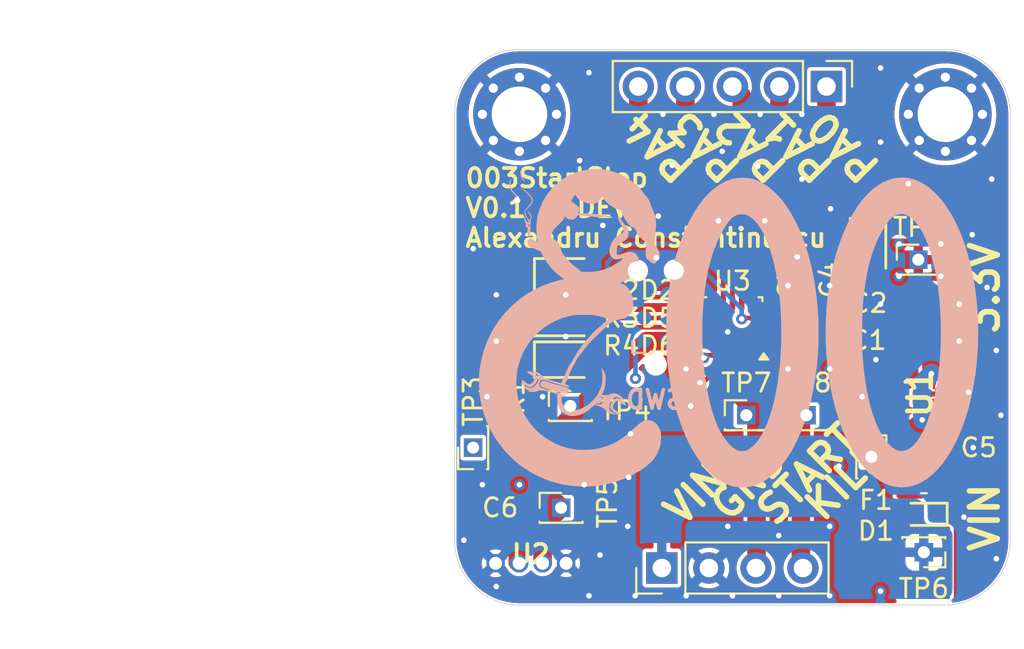
<source format=kicad_pcb>
(kicad_pcb (version 20241229) (generator "pcbnew") (generator_version "9.0")
  (layers (0 "F.Cu" signal) (4 "In1.Cu" signal) (6 "In2.Cu" signal) (2 "B.Cu" signal) (13 "F.Paste" user) (15 "B.Paste" user) (5 "F.SilkS" user "F.Silkscreen") (7 "B.SilkS" user "B.Silkscreen") (1 "F.Mask" user) (3 "B.Mask" user) (25 "Edge.Cuts" user))
  (net 0 "")
  (net 1 "GND")
  (net 2 "Net-(U1-EN)")
  (net 3 "+3.3V")
  (net 4 "Net-(J1-Pin_1)")
  (net 5 "Net-(D1-Pad1)")
  (net 6 "Net-(U3-PA5)")
  (net 7 "/Kill")
  (net 8 "/Start")
  (net 9 "Net-(J2-Pin_1)")
  (net 10 "Net-(D2-Pad1)")
  (net 11 "/SWDATA")
  (net 12 "/NRST")
  (net 13 "/SWCLK")
  (net 14 "Net-(U2-OUT)")
  (net 15 "Net-(U3-PA7)")
  (net 18 "Net-(D5-Pad1)")
  (net 19 "Net-(D6-Pad1)")
  (net 21 "Net-(J2-Pin_3)")
  (net 22 "Net-(U3-PA9{slash}PA11)")
  (net 23 "Net-(J2-Pin_2)")
  (net 24 "Net-(J2-Pin_5)")
  (net 26 "Net-(J2-Pin_4)")
  (net 28 "Net-(U3-PA10{slash}PA12)")
  (net 31 "Net-(D7-Pad1)")
  (footprint "UniversalAlexLibrary:LDK220PU33R" (layer "F.Cu") (at 176.338002 81.600001 -90)
    (property "Reference" "U1" (at -0.05 0.2 270) (layer "F.SilkS") (effects (font (size 1.27 1.27) (thickness 0.254))))
    (property "Value" "LDK220PU33R" (hide yes))
    (pad "1" smd rect (at -0.4 0.338 270) (size 0.28 0.53) (layers "F.Cu" "F.Mask" "F.Paste") (net 3 "+3.3V"))
    (pad "2" smd rect (at 0 0.338 270) (size 0.28 0.53) (layers "F.Cu" "F.Mask" "F.Paste"))
    (pad "3" smd rect (at 0.4 0.338 270) (size 0.28 0.53) (layers "F.Cu" "F.Mask" "F.Paste"))
    (pad "4" smd rect (at 0.4 -0.338 270) (size 0.28 0.53) (layers "F.Cu" "F.Mask" "F.Paste") (net 2 "Net-(U1-EN)"))
    (pad "5" smd rect (at 0 -0.338 270) (size 0.28 0.53) (layers "F.Cu" "F.Mask" "F.Paste") (net 1 "GND"))
    (pad "6" smd rect (at -0.4 -0.338 270) (size 0.28 0.53) (layers "F.Cu" "F.Mask" "F.Paste") (net 2 "Net-(U1-EN)"))
  )
  (footprint "Connector_PinHeader_1.27mm:PinHeader_1x01_P1.27mm_Vertical" (layer "F.Cu") (at 166.75 82.75)
    (property "Reference" "TP7" (at 0 -1.745 0) (layer "F.SilkS"))
    (property "Value" "TestPoint")
    (pad "1" thru_hole rect (at 0 0) (size 1 1) (drill 0.65) (layers "*.Cu" "*.Mask") (net 8 "/Start"))
  )
  (footprint "PCM_JLCPCB:R_0805" (layer "F.Cu") (at 171.373166 73.810001 90)
    (property "Reference" "R5" (hide yes))
    (property "Value" "1kΩ")
    (pad "1" smd roundrect (at -0.910001 -0.000001 90) (size 1.02 1.4) (layers "F.Cu" "F.Mask" "F.Paste") (roundrect_rratio 0.243902) (net 1 "GND"))
    (pad "2" smd roundrect (at 0.910001 0.000001 90) (size 1.02 1.4) (layers "F.Cu" "F.Mask" "F.Paste") (roundrect_rratio 0.243902) (net 31 "Net-(D7-Pad1)"))
  )
  (footprint "PCM_JLCPCB:C_0805" (layer "F.Cu") (at 153.46 87.745 180)
    (property "Reference" "C6" (at 0 0 0) (layer "F.SilkS"))
    (property "Value" "100nF")
    (pad "1" smd roundrect (at -0.95 0 180) (size 1 1.45) (layers "F.Cu" "F.Mask" "F.Paste") (net 3 "+3.3V"))
    (pad "2" smd roundrect (at 0.95 0 180) (size 1 1.45) (layers "F.Cu" "F.Mask" "F.Paste") (net 1 "GND"))
  )
  (footprint "Connector_PinHeader_1.27mm:PinHeader_1x01_P1.27mm_Vertical" (layer "F.Cu") (at 156.75 87.75)
    (property "Reference" "TP5" (at 2.5 -0.25 90) (layer "F.SilkS"))
    (property "Value" "TestPoint")
    (pad "1" thru_hole rect (at 0 0) (size 1 1) (drill 0.65) (layers "*.Cu" "*.Mask") (net 14 "Net-(U2-OUT)"))
  )
  (footprint "Connector_PinHeader_1.27mm:PinHeader_1x01_P1.27mm_Vertical" (layer "F.Cu") (at 176.038001 74.35)
    (property "Reference" "TP2" (at 0 -1.745 0) (layer "F.SilkS"))
    (property "Value" "TestPoint")
    (pad "1" thru_hole rect (at 0 0) (size 1 1) (drill 0.65) (layers "*.Cu" "*.Mask") (net 3 "+3.3V"))
  )
  (footprint "PCM_JLCPCB:D_DFN1006-2L" (layer "F.Cu") (at 161.8 88.75)
    (property "Reference" "D8" (hide yes))
    (property "Value" "H3V3N10B")
    (pad "1" smd rect (at -0.4 0) (size 0.5 0.6) (layers "F.Cu" "F.Mask" "F.Paste") (net 1 "GND"))
    (pad "2" smd rect (at 0.4 0) (size 0.5 0.6) (layers "F.Cu" "F.Mask" "F.Paste") (net 4 "Net-(J1-Pin_1)"))
  )
  (footprint "PCM_JLCPCB:D_SOD-523" (layer "F.Cu") (at 176.337999 88.100001 180)
    (property "Reference" "D1" (at 2.587999 -0.899999 0) (layer "F.SilkS"))
    (property "Value" "1SS389")
    (pad "1" smd roundrect (at -0.7 0) (size 0.6 0.7) (layers "F.Cu" "F.Mask" "F.Paste") (net 5 "Net-(D1-Pad1)"))
    (pad "2" smd roundrect (at 0.7 0) (size 0.6 0.7) (layers "F.Cu" "F.Mask" "F.Paste") (net 4 "Net-(J1-Pin_1)"))
  )
  (footprint "Connector_PinHeader_1.27mm:PinHeader_1x01_P1.27mm_Vertical" (layer "F.Cu") (at 176.337999 90.150001 180)
    (property "Reference" "TP6" (at 0 -1.95 0) (layer "F.SilkS"))
    (property "Value" "TestPoint")
    (pad "1" thru_hole rect (at 0 0 180) (size 1 1) (drill 0.65) (layers "*.Cu" "*.Mask") (net 4 "Net-(J1-Pin_1)"))
  )
  (footprint "PCM_JLCPCB:C_0805" (layer "F.Cu") (at 169.000001 78.250001 90)
    (property "Reference" "C3" (at 2.75 0 90) (layer "F.SilkS"))
    (property "Value" "100nF")
    (pad "1" smd roundrect (at -0.95 0 90) (size 1 1.45) (layers "F.Cu" "F.Mask" "F.Paste") (net 3 "+3.3V"))
    (pad "2" smd roundrect (at 0.95 0 90) (size 1 1.45) (layers "F.Cu" "F.Mask" "F.Paste") (net 1 "GND"))
  )
  (footprint "PCM_JLCPCB:D_0805" (layer "F.Cu") (at 173.323166 73.810001 -90)
    (property "Reference" "D7" (hide yes))
    (property "Value" "Green")
    (pad "1" smd roundrect (at -0.939999 0 270) (size 0.97 1.4) (layers "F.Cu" "F.Mask" "F.Paste") (net 31 "Net-(D7-Pad1)"))
    (pad "2" smd roundrect (at 0.939999 0 270) (size 0.97 1.4) (layers "F.Cu" "F.Mask" "F.Paste") (net 3 "+3.3V"))
  )
  (footprint "Connector_PinHeader_1.27mm:PinHeader_1x01_P1.27mm_Vertical" (layer "F.Cu") (at 173.5 85 -90)
    (property "Reference" "TP1" (hide yes))
    (property "Value" "TestPoint")
    (pad "1" thru_hole rect (at 0 0 270) (size 1 1) (drill 0.65) (layers "*.Cu" "*.Mask") (net 2 "Net-(U1-EN)"))
  )
  (footprint "PCM_JLCPCB:R_0805" (layer "F.Cu") (at 154.249999 84.334999 -90)
    (property "Reference" "R1" (at -2.584999 -0.000001 90) (layer "F.SilkS"))
    (property "Value" "100Ω")
    (pad "1" smd roundrect (at -0.910001 0.000001 270) (size 1.02 1.4) (layers "F.Cu" "F.Mask" "F.Paste") (roundrect_rratio 0.243902) (net 28 "Net-(U3-PA10{slash}PA12)"))
    (pad "2" smd roundrect (at 0.910001 -0.000001 270) (size 1.02 1.4) (layers "F.Cu" "F.Mask" "F.Paste") (roundrect_rratio 0.243902) (net 14 "Net-(U2-OUT)"))
  )
  (footprint "PCM_JLCPCB:Hole, 3mm" (layer "F.Cu") (at 154.5 66.5)
    (property "Reference" "H1" (hide yes))
    (property "Value" "~" (hide yes))
    (pad "1" thru_hole circle (at -2 0 90) (size 0.6 0.6) (drill 0.5) (layers "*.Cu" "*.Mask") (net 1 "GND"))
    (pad "1" thru_hole circle (at -1.41 -1.41 135) (size 0.6 0.6) (drill 0.5) (layers "*.Cu" "*.Mask") (net 1 "GND"))
    (pad "1" thru_hole circle (at -1.41 1.41 225) (size 0.6 0.6) (drill 0.5) (layers "*.Cu" "*.Mask") (net 1 "GND"))
    (pad "1" thru_hole circle (at 0 -2 225) (size 0.6 0.6) (drill 0.5) (layers "*.Cu" "*.Mask") (net 1 "GND"))
    (pad "1" thru_hole circle (at 0 0 90) (size 5 5) (drill 3) (layers "*.Cu" "*.Mask") (net 1 "GND"))
    (pad "1" thru_hole circle (at 0 2 90) (size 0.6 0.6) (drill 0.5) (layers "*.Cu" "*.Mask") (net 1 "GND"))
    (pad "1" thru_hole circle (at 1.41 -1.41 180) (size 0.6 0.6) (drill 0.5) (layers "*.Cu" "*.Mask") (net 1 "GND"))
    (pad "1" thru_hole circle (at 1.41 1.41 90) (size 0.6 0.6) (drill 0.5) (layers "*.Cu" "*.Mask") (net 1 "GND"))
    (pad "1" thru_hole circle (at 2 0 90) (size 0.6 0.6) (drill 0.5) (layers "*.Cu" "*.Mask") (net 1 "GND"))
  )
  (footprint "Connector_PinHeader_1.27mm:PinHeader_1x01_P1.27mm_Vertical" (layer "F.Cu") (at 170 82.75)
    (property "Reference" "TP8" (at 0 -1.75 0) (layer "F.SilkS"))
    (property "Value" "TestPoint")
    (pad "1" thru_hole rect (at 0 0) (size 1 1) (drill 0.65) (layers "*.Cu" "*.Mask") (net 7 "/Kill"))
  )
  (footprint "Connector_PinHeader_1.27mm:PinHeader_1x01_P1.27mm_Vertical" (layer "F.Cu") (at 152 84.5 90)
    (property "Reference" "TP3" (at 2.5 0 90) (layer "F.SilkS"))
    (property "Value" "TestPoint")
    (pad "1" thru_hole rect (at 0 0 90) (size 1 1) (drill 0.65) (layers "*.Cu" "*.Mask") (net 3 "+3.3V"))
  )
  (footprint "Connector_PinHeader_2.54mm:PinHeader_1x04_P2.54mm_Vertical" (layer "F.Cu") (at 162.19 91 90)
    (property "Reference" "J1" (hide yes))
    (property "Value" "I/O Header")
    (pad "1" thru_hole rect (at 0 0 90) (size 1.7 1.7) (drill 1) (layers "*.Cu" "*.Mask") (net 4 "Net-(J1-Pin_1)"))
    (pad "2" thru_hole circle (at -0.000001 2.540001 90) (size 1.7 1.7) (drill 1) (layers "*.Cu" "*.Mask") (net 1 "GND"))
    (pad "3" thru_hole circle (at 0 5.08 90) (size 1.7 1.7) (drill 1) (layers "*.Cu" "*.Mask") (net 8 "/Start"))
    (pad "4" thru_hole circle (at 0 7.62 90) (size 1.7 1.7) (drill 1) (layers "*.Cu" "*.Mask") (net 7 "/Kill"))
  )
  (footprint "PCM_JLCPCB:D_DFN1006-2L" (layer "F.Cu") (at 170.25 88.75 180)
    (property "Reference" "D3" (hide yes))
    (property "Value" "H3V3N10B")
    (pad "1" smd rect (at -0.399999 0.000001 180) (size 0.5 0.6) (layers "F.Cu" "F.Mask" "F.Paste") (net 1 "GND"))
    (pad "2" smd rect (at 0.399999 -0.000001 180) (size 0.5 0.6) (layers "F.Cu" "F.Mask" "F.Paste") (net 7 "/Kill"))
  )
  (footprint "PCM_JLCPCB:C_0805" (layer "F.Cu") (at 171.249999 78.249998 90)
    (property "Reference" "C4" (at 2.8 0 90) (layer "F.SilkS"))
    (property "Value" "4.7uF")
    (pad "1" smd roundrect (at -0.95 0 90) (size 1 1.45) (layers "F.Cu" "F.Mask" "F.Paste") (net 3 "+3.3V"))
    (pad "2" smd roundrect (at 0.95 0 90) (size 1 1.45) (layers "F.Cu" "F.Mask" "F.Paste") (net 1 "GND"))
  )
  (footprint "PCM_JLCPCB:Hole, 3mm" (layer "F.Cu") (at 177.5 66.5)
    (property "Reference" "H2" (hide yes))
    (property "Value" "~" (hide yes))
    (pad "1" thru_hole circle (at -2 0 90) (size 0.6 0.6) (drill 0.5) (layers "*.Cu" "*.Mask") (net 1 "GND"))
    (pad "1" thru_hole circle (at -1.41 -1.41 135) (size 0.6 0.6) (drill 0.5) (layers "*.Cu" "*.Mask") (net 1 "GND"))
    (pad "1" thru_hole circle (at -1.41 1.41 225) (size 0.6 0.6) (drill 0.5) (layers "*.Cu" "*.Mask") (net 1 "GND"))
    (pad "1" thru_hole circle (at 0 -2 225) (size 0.6 0.6) (drill 0.5) (layers "*.Cu" "*.Mask") (net 1 "GND"))
    (pad "1" thru_hole circle (at 0 0 90) (size 5 5) (drill 3) (layers "*.Cu" "*.Mask") (net 1 "GND"))
    (pad "1" thru_hole circle (at 0 2 90) (size 0.6 0.6) (drill 0.5) (layers "*.Cu" "*.Mask") (net 1 "GND"))
    (pad "1" thru_hole circle (at 1.41 -1.41 180) (size 0.6 0.6) (drill 0.5) (layers "*.Cu" "*.Mask") (net 1 "GND"))
    (pad "1" thru_hole circle (at 1.41 1.41 90) (size 0.6 0.6) (drill 0.5) (layers "*.Cu" "*.Mask") (net 1 "GND"))
    (pad "1" thru_hole circle (at 2 0 90) (size 0.6 0.6) (drill 0.5) (layers "*.Cu" "*.Mask") (net 1 "GND"))
  )
  (footprint "PCM_JLCPCB:R_0805" (layer "F.Cu") (at 153.159999 79.750001 180)
    (property "Reference" "R4" (at -6.840001 0.750001 0) (layer "F.SilkS"))
    (property "Value" "1kΩ")
    (pad "1" smd roundrect (at -0.910002 0.000001 180) (size 1.02 1.4) (layers "F.Cu" "F.Mask" "F.Paste") (roundrect_rratio 0.243902) (net 19 "Net-(D6-Pad1)"))
    (pad "2" smd roundrect (at 0.910002 -0.000001 180) (size 1.02 1.4) (layers "F.Cu" "F.Mask" "F.Paste") (roundrect_rratio 0.243902) (net 1 "GND"))
  )
  (footprint "PCM_JLCPCB:D_0805" (layer "F.Cu") (at 157 75.25)
    (property "Reference" "D2" (at 5 0.749994 0) (layer "F.SilkS"))
    (property "Value" "Yellow")
    (pad "1" smd roundrect (at -0.939999 0) (size 0.97 1.4) (layers "F.Cu" "F.Mask" "F.Paste") (net 10 "Net-(D2-Pad1)"))
    (pad "2" smd roundrect (at 0.939999 0) (size 0.97 1.4) (layers "F.Cu" "F.Mask" "F.Paste") (net 6 "Net-(U3-PA5)"))
  )
  (footprint "PCM_JLCPCB:C_0805" (layer "F.Cu") (at 176.087999 76.700001)
    (property "Reference" "C2" (at -2.699999 0.000001 0) (layer "F.SilkS"))
    (property "Value" "10uF")
    (pad "1" smd roundrect (at -0.95 0) (size 1 1.45) (layers "F.Cu" "F.Mask" "F.Paste") (net 3 "+3.3V"))
    (pad "2" smd roundrect (at 0.95 0) (size 1 1.45) (layers "F.Cu" "F.Mask" "F.Paste") (net 1 "GND"))
  )
  (footprint "PCM_JLCPCB:C_0805" (layer "F.Cu") (at 157.21 85.245)
    (property "Reference" "C7" (at 2.79 0.005 0) (layer "F.SilkS"))
    (property "Value" "100nF")
    (pad "1" smd roundrect (at -0.95 0) (size 1 1.45) (layers "F.Cu" "F.Mask" "F.Paste") (net 14 "Net-(U2-OUT)"))
    (pad "2" smd roundrect (at 0.95 0) (size 1 1.45) (layers "F.Cu" "F.Mask" "F.Paste") (net 1 "GND"))
  )
  (footprint "Connector_PinHeader_2.54mm:PinHeader_1x05_P2.54mm_Vertical" (layer "F.Cu") (at 171.08 65 -90)
    (property "Reference" "J2" (hide yes))
    (property "Value" "Conn_01x05")
    (pad "1" thru_hole rect (at 0 0 270) (size 1.7 1.7) (drill 1) (layers "*.Cu" "*.Mask") (net 9 "Net-(J2-Pin_1)"))
    (pad "2" thru_hole circle (at 0.000001 2.540001 270) (size 1.7 1.7) (drill 1) (layers "*.Cu" "*.Mask") (net 23 "Net-(J2-Pin_2)"))
    (pad "3" thru_hole circle (at 0 5.08 270) (size 1.7 1.7) (drill 1) (layers "*.Cu" "*.Mask") (net 21 "Net-(J2-Pin_3)"))
    (pad "4" thru_hole circle (at 0 7.62 270) (size 1.7 1.7) (drill 1) (layers "*.Cu" "*.Mask") (net 26 "Net-(J2-Pin_4)"))
    (pad "5" thru_hole circle (at 0 10.159999 270) (size 1.7 1.7) (drill 1) (layers "*.Cu" "*.Mask") (net 24 "Net-(J2-Pin_5)"))
  )
  (footprint "PCM_JLCPCB:R_0805" (layer "F.Cu") (at 153.16 77.500002 180)
    (property "Reference" "R3" (at -6.84 0.000002 0) (layer "F.SilkS"))
    (property "Value" "1kΩ")
    (pad "1" smd roundrect (at -0.910002 0.000001 180) (size 1.02 1.4) (layers "F.Cu" "F.Mask" "F.Paste") (roundrect_rratio 0.243902) (net 18 "Net-(D5-Pad1)"))
    (pad "2" smd roundrect (at 0.910002 -0.000001 180) (size 1.02 1.4) (layers "F.Cu" "F.Mask" "F.Paste") (roundrect_rratio 0.243902) (net 1 "GND"))
  )
  (footprint "PCM_JLCPCB:C_0805" (layer "F.Cu") (at 176.088 78.700002)
    (property "Reference" "C1" (at -2.75 0 0) (layer "F.SilkS"))
    (property "Value" "1uF")
    (pad "1" smd roundrect (at -0.95 0) (size 1 1.45) (layers "F.Cu" "F.Mask" "F.Paste") (net 3 "+3.3V"))
    (pad "2" smd roundrect (at 0.95 0) (size 1 1.45) (layers "F.Cu" "F.Mask" "F.Paste") (net 1 "GND"))
  )
  (footprint "PCM_JLCPCB:R_0805" (layer "F.Cu") (at 153.159999 75.25 180)
    (property "Reference" "R2" (at -6.84 -0.749998 0) (layer "F.SilkS"))
    (property "Value" "1kΩ")
    (pad "1" smd roundrect (at -0.910002 0.000001 180) (size 1.02 1.4) (layers "F.Cu" "F.Mask" "F.Paste") (roundrect_rratio 0.243902) (net 10 "Net-(D2-Pad1)"))
    (pad "2" smd roundrect (at 0.910002 -0.000001 180) (size 1.02 1.4) (layers "F.Cu" "F.Mask" "F.Paste") (roundrect_rratio 0.243902) (net 1 "GND"))
  )
  (footprint "PCM_JLCPCB:D_0805" (layer "F.Cu") (at 157 77.5)
    (property "Reference" "D5" (at 5 -0.000006 0) (layer "F.SilkS"))
    (property "Value" "Red")
    (pad "1" smd roundrect (at -0.939999 0) (size 0.97 1.4) (layers "F.Cu" "F.Mask" "F.Paste") (net 18 "Net-(D5-Pad1)"))
    (pad "2" smd roundrect (at 0.939999 0) (size 0.97 1.4) (layers "F.Cu" "F.Mask" "F.Paste") (net 15 "Net-(U3-PA7)"))
  )
  (footprint "PCM_JLCPCB:C_0805" (layer "F.Cu") (at 176.5 84.5)
    (property "Reference" "C5" (at 2.8 0 0) (layer "F.SilkS"))
    (property "Value" "1uF")
    (pad "1" smd roundrect (at -0.95 0) (size 1 1.45) (layers "F.Cu" "F.Mask" "F.Paste") (net 2 "Net-(U1-EN)"))
    (pad "2" smd roundrect (at 0.95 0) (size 1 1.45) (layers "F.Cu" "F.Mask" "F.Paste") (net 1 "GND"))
  )
  (footprint "Connector_PinHeader_1.27mm:PinHeader_1x01_P1.27mm_Vertical" (layer "F.Cu") (at 157.25 82.25)
    (property "Reference" "TP4" (at 3 0.25 0) (layer "F.SilkS"))
    (property "Value" "TestPoint")
    (pad "1" thru_hole rect (at 0 0) (size 1 1) (drill 0.65) (layers "*.Cu" "*.Mask") (net 28 "Net-(U3-PA10{slash}PA12)"))
  )
  (footprint "UniversalAlexLibrary:TVCastSMD4" (layer "F.Cu") (at 155.115 90.745)
    (property "Reference" "U2" (at 0 -0.5 0) (layer "F.SilkS") (effects (font (thickness 0.2) (bold yes))))
    (property "Value" "TSOP392")
    (pad "1" thru_hole circle (at -1.905 0) (size 1 1) (drill 0.7) (layers "*.Cu" "*.Mask") (net 1 "GND"))
    (pad "2" thru_hole circle (at -0.635 0) (size 1 1) (drill 0.7) (layers "*.Cu" "*.Mask") (net 3 "+3.3V"))
    (pad "3" thru_hole circle (at 0.635 0) (size 1 1) (drill 0.7) (layers "*.Cu" "*.Mask") (net 14 "Net-(U2-OUT)"))
    (pad "4" thru_hole circle (at 1.905 0) (size 1 1) (drill 0.7) (layers "*.Cu" "*.Mask") (net 1 "GND"))
  )
  (footprint "PCM_JLCPCB:D_DFN1006-2L" (layer "F.Cu") (at 166.75 88.75)
    (property "Reference" "D4" (hide yes))
    (property "Value" "H3V3N10B")
    (pad "1" smd rect (at -0.4 0) (size 0.5 0.6) (layers "F.Cu" "F.Mask" "F.Paste") (net 1 "GND"))
    (pad "2" smd rect (at 0.4 0) (size 0.5 0.6) (layers "F.Cu" "F.Mask" "F.Paste") (net 8 "/Start"))
  )
  (footprint "Package_DFN_QFN:ST_UFQFPN-20_3x3mm_P0.5mm" (layer "F.Cu") (at 166 78 180)
    (property "Reference" "U3" (at 0 2.5 0) (layer "F.SilkS"))
    (property "Value" "STM32C011F4")
    (pad "1" smd custom (at -1.475001 -1 180) (size 0.35 0.3) (layers "F.Cu" "F.Mask" "F.Paste") (options (clearance outline) (anchor rect)) (primitives (gr_poly (pts (xy 0.325 0) (xy 0.325 0.15) (xy 0.175 0.15) (xy 0.175 -0.15)) (width 0) (fill yes))))
    (pad "2" smd rect (at -1.3 -0.5 180) (size 0.7 0.3) (layers "F.Cu" "F.Mask" "F.Paste") (net 3 "+3.3V"))
    (pad "3" smd rect (at -1.3 0 180) (size 0.7 0.3) (layers "F.Cu" "F.Mask" "F.Paste") (net 1 "GND"))
    (pad "4" smd rect (at -1.3 0.5 180) (size 0.7 0.3) (layers "F.Cu" "F.Mask" "F.Paste") (net 12 "/NRST"))
    (pad "5" smd custom (at -1.475 1.000002 180) (size 0.35 0.3) (layers "F.Cu" "F.Mask" "F.Paste") (net 9 "Net-(J2-Pin_1)") (options (clearance outline) (anchor rect)) (primitives (gr_poly (pts (xy 0.325 0) (xy 0.175 0.15) (xy 0.175 -0.15) (xy 0.325 -0.15)) (width 0) (fill yes))))
    (pad "6" smd custom (at -1 1.475001 180) (size 0.3 0.35) (layers "F.Cu" "F.Mask" "F.Paste") (net 23 "Net-(J2-Pin_2)") (options (clearance outline) (anchor rect)) (primitives (gr_poly (pts (xy 0.15 -0.175) (xy -0.15 -0.175) (xy 0 -0.325) (xy 0.15 -0.325)) (width 0) (fill yes))))
    (pad "7" smd rect (at -0.5 1.3 180) (size 0.3 0.7) (layers "F.Cu" "F.Mask" "F.Paste") (net 21 "Net-(J2-Pin_3)"))
    (pad "8" smd rect (at 0 1.3 180) (size 0.3 0.7) (layers "F.Cu" "F.Mask" "F.Paste") (net 26 "Net-(J2-Pin_4)"))
    (pad "9" smd rect (at 0.5 1.3 180) (size 0.3 0.7) (layers "F.Cu" "F.Mask" "F.Paste") (net 24 "Net-(J2-Pin_5)"))
    (pad "10" smd custom (at 1.000002 1.475 180) (size 0.3 0.35) (layers "F.Cu" "F.Mask" "F.Paste") (net 6 "Net-(U3-PA5)") (options (clearance outline) (anchor rect)) (primitives (gr_poly (pts (xy 0.15 -0.175) (xy -0.15 -0.175) (xy -0.15 -0.325) (xy 0 -0.325)) (width 0) (fill yes))))
    (pad "11" smd custom (at 1.475001 1 180) (size 0.35 0.3) (layers "F.Cu" "F.Mask" "F.Paste") (options (clearance outline) (anchor rect)) (primitives (gr_poly (pts (xy -0.175 0.15) (xy -0.325 0) (xy -0.325 -0.15) (xy -0.175 -0.15)) (width 0) (fill yes))))
    (pad "12" smd rect (at 1.3 0.5 180) (size 0.7 0.3) (layers "F.Cu" "F.Mask" "F.Paste") (net 15 "Net-(U3-PA7)"))
    (pad "13" smd rect (at 1.3 0 180) (size 0.7 0.3) (layers "F.Cu" "F.Mask" "F.Paste"))
    (pad "14" smd rect (at 1.3 -0.5 180) (size 0.7 0.3) (layers "F.Cu" "F.Mask" "F.Paste") (net 22 "Net-(U3-PA9{slash}PA11)"))
    (pad "15" smd custom (at 1.475 -1.000002 180) (size 0.35 0.3) (layers "F.Cu" "F.Mask" "F.Paste") (net 28 "Net-(U3-PA10{slash}PA12)") (options (clearance outline) (anchor rect)) (primitives (gr_poly (pts (xy -0.175 0.15) (xy -0.325 0.15) (xy -0.325 0) (xy -0.175 -0.15)) (width 0) (fill yes))))
    (pad "16" smd custom (at 1 -1.475001 180) (size 0.3 0.35) (layers "F.Cu" "F.Mask" "F.Paste") (net 13 "/SWCLK") (options (clearance outline) (anchor rect)) (primitives (gr_poly (pts (xy 0 0.325) (xy -0.15 0.325) (xy -0.15 0.175) (xy 0.15 0.175)) (width 0) (fill yes))))
    (pad "17" smd rect (at 0.5 -1.3 180) (size 0.3 0.7) (layers "F.Cu" "F.Mask" "F.Paste") (net 11 "/SWDATA"))
    (pad "18" smd rect (at 0 -1.3 180) (size 0.3 0.7) (layers "F.Cu" "F.Mask" "F.Paste") (net 8 "/Start"))
    (pad "19" smd rect (at -0.5 -1.3 180) (size 0.3 0.7) (layers "F.Cu" "F.Mask" "F.Paste") (net 7 "/Kill"))
    (pad "20" smd custom (at -1.000002 -1.475 180) (size 0.3 0.35) (layers "F.Cu" "F.Mask" "F.Paste") (options (clearance outline) (anchor rect)) (primitives (gr_poly (pts (xy 0.15 0.325) (xy 0 0.325) (xy -0.15 0.175) (xy 0.15 0.175)) (width 0) (fill yes))))
  )
  (footprint "Fuse:Fuse_0603_1608Metric" (layer "F.Cu") (at 176.338 86.45)
    (property "Reference" "F1" (at -2.588 0.886644 0) (layer "F.SilkS"))
    (property "Value" "100 mA")
    (pad "1" smd roundrect (at -0.787502 -0.000001) (size 0.875 0.95) (layers "F.Cu" "F.Mask" "F.Paste") (net 2 "Net-(U1-EN)"))
    (pad "2" smd roundrect (at 0.787502 0.000001) (size 0.875 0.95) (layers "F.Cu" "F.Mask" "F.Paste") (net 5 "Net-(D1-Pad1)"))
  )
  (footprint "PCM_JLCPCB:D_0805" (layer "F.Cu") (at 157 79.75)
    (property "Reference" "D6" (at 5.000001 -0.750005 0) (layer "F.SilkS"))
    (property "Value" "Green")
    (pad "1" smd roundrect (at -0.939999 0) (size 0.97 1.4) (layers "F.Cu" "F.Mask" "F.Paste") (net 19 "Net-(D6-Pad1)"))
    (pad "2" smd roundrect (at 0.939999 0) (size 0.97 1.4) (layers "F.Cu" "F.Mask" "F.Paste") (net 22 "Net-(U3-PA9{slash}PA11)"))
  )
  (footprint "LOGO" (layer "B.Cu") (at 166 78 180)
    (property "Reference" "G***" (hide yes))
    (property "Value" "LOGO" (hide yes))
  )
  (footprint "Connector:Tag-Connect_TC2030-IDC-NL_2x03_P1.27mm_Vertical" (layer "B.Cu") (at 161.865003 77.480001 90)
    (property "Reference" "J3" (hide yes))
    (property "Value" "Conn_ARM_SWD_TagConnect_TC2030-NL")
    (pad "" np_thru_hole circle (at -2.540007 0.000004 90) (size 0.9906 0.9906) (drill 0.9906) (layers "*.Cu" "*.Mask"))
    (pad "" np_thru_hole circle (at 2.540001 -1.016002 90) (size 0.9906 0.9906) (drill 0.9906) (layers "*.Cu" "*.Mask"))
    (pad "" np_thru_hole circle (at 2.540002 1.016001 90) (size 0.9906 0.9906) (drill 0.9906) (layers "*.Cu" "*.Mask"))
    (pad "1" connect circle (at -1.27 -0.634999 90) (size 0.7874 0.7874) (layers "B.Cu" "B.Mask") (net 3 "+3.3V"))
    (pad "2" connect circle (at -1.269999 0.634997 90) (size 0.7874 0.7874) (layers "B.Cu" "B.Mask") (net 11 "/SWDATA"))
    (pad "3" connect circle (at 0 -0.635 90) (size 0.7874 0.7874) (layers "B.Cu" "B.Mask") (net 12 "/NRST"))
    (pad "4" connect circle (at 0 0.635 90) (size 0.7874 0.7874) (layers "B.Cu" "B.Mask") (net 13 "/SWCLK"))
    (pad "5" connect circle (at 1.269999 -0.634997 90) (size 0.7874 0.7874) (layers "B.Cu" "B.Mask") (net 1 "GND"))
    (pad "6" connect circle (at 1.27 0.634999 90) (size 0.7874 0.7874) (layers "B.Cu" "B.Mask"))
    (zone (net 0) (net_name "") (layer "B.Cu") (connect_pads (clearance 0)) (min_thickness 0.254)
      (keepout (tracks allowed) (vias not_allowed) (pads allowed) (copperpour not_allowed) (footprints not_allowed))
      (fill (thermal_gap 0.508) (thermal_bridge_width 0.508))
      (polygon (pts (xy 162.500002 76.210001) (xy 162.5 78.75) (xy 161.230004 78.750001) (xy 161.230006 76.210002)))
    )
  )
  (gr_line (start 154.5 63) (end 177.5 63) (stroke (width 0.05)) (layer "Edge.Cuts"))
  (gr_arc (start 177.5 63) (mid 179.974874 64.025126) (end 181 66.5) (stroke (width 0.05)) (layer "Edge.Cuts"))
  (gr_arc (start 181 89.5) (mid 179.974874 91.974874) (end 177.5 93) (stroke (width 0.05)) (layer "Edge.Cuts"))
  (gr_line (start 181 66.5) (end 181 89.5) (stroke (width 0.05)) (layer "Edge.Cuts"))
  (gr_line (start 151 89.5) (end 151 66.5) (stroke (width 0.05)) (layer "Edge.Cuts"))
  (gr_line (start 177.5 93) (end 154.5 93) (stroke (width 0.05)) (layer "Edge.Cuts"))
  (gr_arc (start 154.5 93) (mid 152.025126 91.974874) (end 151 89.5) (stroke (width 0.05)) (layer "Edge.Cuts"))
  (gr_arc (start 151 66.5) (mid 152.025126 64.025126) (end 154.5 63) (stroke (width 0.05)) (layer "Edge.Cuts"))
  (gr_text "PA3" (at 166.75 69.25 135) (layer "F.SilkS") (effects (font (size 1.5 1.5) (thickness 0.3) (bold yes)) (justify left bottom)))
  (gr_text "VIN" (at 180.5 90.25 90) (layer "F.SilkS") (effects (font (size 1.5 1.5) (thickness 0.3) (bold yes)) (justify left bottom)))
  (gr_text "KILL" (at 170.850001 88.749999 45) (layer "F.SilkS") (effects (font (size 1.5 1.5) (thickness 0.3) (bold yes)) (justify left bottom)))
  (gr_text "GND" (at 165.75 88.75 45) (layer "F.SilkS") (effects (font (size 1.5 1.5) (thickness 0.3) (bold yes)) (justify left bottom)))
  (gr_text "START" (at 168.25 89 45) (layer "F.SilkS") (effects (font (size 1.5 1.5) (thickness 0.3) (bold yes)) (justify left bottom)))
  (gr_text "PA0" (at 174.25 69.25 135) (layer "F.SilkS") (effects (font (size 1.5 1.5) (thickness 0.3) (bold yes)) (justify left bottom)))
  (gr_text "PA1" (at 171.75 69.25 135) (layer "F.SilkS") (effects (font (size 1.5 1.5) (thickness 0.3) (bold yes)) (justify left bottom)))
  (gr_text "PA2" (at 169.25 69.25 135) (layer "F.SilkS") (effects (font (size 1.5 1.5) (thickness 0.3) (bold yes)) (justify left bottom)))
  (gr_text "3.3V" (at 180.5 78.5 90) (layer "F.SilkS") (effects (font (size 1.5 1.5) (thickness 0.3) (bold yes)) (justify left bottom)))
  (gr_text "003StartStop\nV0.1 - DEV\nAlexandru Constantinescu" (at 151.479998 73.75 0) (layer "F.SilkS") (effects (font (size 1 1) (thickness 0.2) (bold yes)) (justify left bottom)))
  (gr_text "VIN" (at 163.25 89 45) (layer "F.SilkS") (effects (font (size 1.5 1.5) (thickness 0.3) (bold yes)) (justify left bottom)))
  (gr_text "PA4" (at 164.25 69.25 135) (layer "F.SilkS") (effects (font (size 1.5 1.5) (thickness 0.3) (bold yes)) (justify left bottom)))
  (gr_text "SWD" (at 163.5 82.5 0) (layer "B.SilkS") (effects (font (size 1 1) (thickness 0.2) (bold yes)) (justify left bottom mirror)))
  (segment (start 167.3 78) (end 168.300002 78) (width 0.25) (layer "F.Cu") (net 1))
  (segment (start 177.45 84.5) (end 179 84.5) (width 1) (layer "F.Cu") (net 1))
  (segment (start 158.16 85.245) (end 158.16 86.34) (width 1) (layer "F.Cu") (net 1))
  (segment (start 178.200002 78.700002) (end 178.25 78.75) (width 1) (layer "F.Cu") (net 1))
  (segment (start 152.51 87.745) (end 152.51 86.51) (width 1) (layer "F.Cu") (net 1))
  (segment (start 171.249999 77.299998) (end 171.25 75.75) (width 1) (layer "F.Cu") (net 1))
  (segment (start 158.16 86.34) (end 158 86.5) (width 1) (layer "F.Cu") (net 1))
  (segment (start 170.649999 88.749999) (end 171.25 88.75) (width 0.25) (layer "F.Cu") (net 1))
  (segment (start 152.51 86.51) (end 152.5 86.5) (width 1) (layer "F.Cu") (net 1))
  (segment (start 171.249999 77.299998) (end 169.000004 77.299998) (width 1) (layer "F.Cu") (net 1))
  (segment (start 166.35 88.75) (end 165.75 88.75) (width 0.25) (layer "F.Cu") (net 1))
  (segment (start 178.200001 76.700001) (end 178.25 76.75) (width 1) (layer "F.Cu") (net 1))
  (segment (start 177.037999 76.700001) (end 178.200001 76.700001) (width 1) (layer "F.Cu") (net 1))
  (segment (start 177.038 78.700002) (end 178.200002 78.700002) (width 1) (layer "F.Cu") (net 1))
  (segment (start 169.000004 77.299998) (end 169.000001 77.300001) (width 1) (layer "F.Cu") (net 1))
  (segment (start 168.300002 78) (end 169.000001 77.300001) (width 0.25) (layer "F.Cu") (net 1))
  (segment (start 169.000001 77.300001) (end 169 75.75) (width 1) (layer "F.Cu") (net 1))
  (segment (start 161.4 88.75) (end 160.35 88.75) (width 0.5) (layer "F.Cu") (net 1))
  (via (at 169.75 66.5) (size 0.6) (drill 0.3) (layers "F.Cu" "B.Cu") (net 1))
  (via (at 160.5 83.75) (size 0.6) (drill 0.3) (layers "F.Cu" "B.Cu") (net 1))
  (via (at 165.75 78.25) (size 0.6) (drill 0.3) (layers "F.Cu" "B.Cu") (net 1))
  (via (at 157 78.5) (size 0.6) (drill 0.3) (layers "F.Cu" "B.Cu") (net 1))
  (via (at 165.75 88.75) (size 0.6) (drill 0.3) (layers "F.Cu" "B.Cu") (net 1))
  (via (at 151.5 89.5) (size 0.6) (drill 0.3) (layers "F.Cu" "B.Cu") (net 1))
  (via (at 157.75 69) (size 0.6) (drill 0.3) (layers "F.Cu" "B.Cu") (net 1))
  (via (at 153.25 92) (size 0.6) (drill 0.3) (layers "F.Cu" "B.Cu") (net 1))
  (via (at 175.5 70.25) (size 0.6) (drill 0.3) (layers "F.Cu" "B.Cu") (net 1))
  (via (at 168.5 89.25) (size 0.6) (drill 0.3) (layers "F.Cu" "B.Cu") (net 1))
  (via (at 152 73.75) (size 0.6) (drill 0.3) (layers "F.Cu" "B.Cu") (net 1))
  (via (at 173 81.75) (size 0.6) (drill 0.3) (layers "F.Cu" "B.Cu") (net 1))
  (via (at 162 72) (size 0.6) (drill 0.3) (layers "F.Cu" "B.Cu") (net 1))
  (via (at 159 72.5) (size 0.6) (drill 0.3) (layers "F.Cu" "B.Cu") (net 1))
  (via (at 174 76.75) (size 0.6) (drill 0.3) (layers "F.Cu" "B.Cu") (net 1))
  (via (at 171.75 85.5) (size 0.6) (drill 0.3) (layers "F.Cu" "B.Cu") (net 1))
  (via (at 167.361935 69.307021) (size 0.6) (drill 0.3) (layers "F.Cu" "B.Cu") (net 1))
  (via (at 158.85 90.3) (size 0.6) (drill 0.3) (layers "F.Cu" "B.Cu") (net 1))
  (via (at 174 68) (size 0.6) (drill 0.3) (layers "F.Cu" "B.Cu") (net 1))
  (via (at 158.25 64.25) (size 0.6) (drill 0.3) (layers "F.Cu" "B.Cu") (net 1))
  (via (at 155.75 81.75) (size 0.6) (drill 0.3) (layers "F.Cu" "B.Cu") (net 1))
  (via (at 180.25 79.25) (size 0.6) (drill 0.3) (layers "F.Cu" "B.Cu") (net 1))
  (via (at 160.4 86.1) (size 0.6) (drill 0.3) (layers "F.Cu" "B.Cu") (net 1))
  (via (at 174 64) (size 0.6) (drill 0.3) (layers "F.Cu" "B.Cu") (net 1))
  (via (at 165.45 68.5) (size 0.6) (drill 0.3) (layers "F.Cu" "B.Cu") (net 1))
  (via (at 154.4 71.15) (size 0.6) (drill 0.3) (layers "F.Cu" "B.Cu") (net 1))
  (via (at 171.25 92.5) (size 0.6) (drill 0.3) (layers "F.Cu" "B.Cu") (net 1))
  (via (at 161.9 74.25) (size 0.6) (drill 0.3) (layers "F.Cu" "B.Cu") (net 1))
  (via (at 169.75 70) (size 0.6) (drill 0.3) (layers "F.Cu" "B.Cu") (net 1))
  (via (at 178.25 78.75) (size 0.6) (drill 0.3) (layers "F.Cu" "B.Cu") (net 1))
  (via (at 167.75 72.25) (size 0.6) (drill 0.3) (layers "F.Cu" "B.Cu") (net 1))
  (via (at 173.75 79.75) (size 0.6) (drill 0.3) (layers "F.Cu" "B.Cu") (net 1))
  (via (at 152.5 86.5) (size 0.6) (drill 0.3) (layers "F.Cu" "B.Cu") (net 1))
  (via (at 171.3 71.6) (size 0.6) (drill 0.3) (layers "F.Cu" "B.Cu") (net 1))
  (via (at 158 86.5) (size 0.6) (drill 0.3) (layers "F.Cu" "B.Cu") (net 1))
  (via (at 162.75 69.25) (size 0.6) (drill 0.3) (layers "F.Cu" "B.Cu") (net 1))
  (via (at 178.5 88.25) (size 0.6) (drill 0.3) (layers "F.Cu" "B.Cu") (net 1))
  (via (at 171.25 88.75) (size 0.6) (drill 0.3) (layers "F.Cu" "B.Cu") (net 1))
  (via (at 166 92.5) (size 0.6) (drill 0.3) (layers "F.Cu" "B.Cu") (net 1))
  (via (at 163.75 82.25) (size 0.6) (drill 0.3) (layers "F.Cu" "B.Cu") (net 1))
  (via (at 163.5 80.25) (size 0.6) (drill 0.3) (layers "F.Cu" "B.Cu") (net 1))
  (via (at 180 70) (size 0.6) (drill 0.3) (layers "F.Cu" "B.Cu") (net 1))
  (via (at 157 76.25) (size 0.6) (drill 0.3) (layers "F.Cu" "B.Cu") (net 1))
  (via (at 162.25 66.5) (size 0.6) (drill 0.3) (layers "F.Cu" "B.Cu") (net 1))
  (via (at 179.75 75.85) (size 0.6) (drill 0.3) (layers "F.Cu" "B.Cu") (net 1))
  (via (at 180.25 90.5) (size 0.6) (drill 0.3) (layers "F.Cu" "B.Cu") (net 1))
  (via (at 174 92.25) (size 0.6) (drill 0.3) (layers "F.Cu" "B.Cu") (net 1))
  (via (at 153.25 76.25) (size 0.6) (drill 0.3) (layers "F.Cu" "B.Cu") (net 1))
  (via (at 171.25 75.75) (size 0.6) (drill 0.3) (layers "F.Cu" "B.Cu") (net 1))
  (via (at 168.5 92.5) (size 0.6) (drill 0.3) (layers "F.Cu" "B.Cu") (net 1))
  (via (at 160.75 92.5) (size 0.6) (drill 0.3) (layers "F.Cu" "B.Cu") (net 1))
  (via (at 178.95 73) (size 0.6) (drill 0.3) (layers "F.Cu" "B.Cu") (net 1))
  (via (at 169 75.75) (size 0.6) (drill 0.3) (layers "F.Cu" "B.Cu") (net 1))
  (via (at 167.5 66.5) (size 0.6) (drill 0.3) (layers "F.Cu" "B.Cu") (net 1))
  (via (at 165.25 72.25) (size 0.6) (drill 0.3) (layers "F.Cu" "B.Cu") (net 1))
  (via (at 178.75 81.5) (size 0.6) (drill 0.3) (layers "F.Cu" "B.Cu") (net 1))
  (via (at 158.25 92.5) (size 0.6) (drill 0.3) (layers "F.Cu" "B.Cu") (net 1))
  (via (at 160.35 88.75) (size 0.6) (drill 0.3) (layers "F.Cu" "B.Cu") (net 1))
  (via (at 169.5 74.2) (size 0.6) (drill 0.3) (layers "F.Cu" "B.Cu") (net 1))
  (via (at 178.25 76.75) (size 0.6) (drill 0.3) (layers "F.Cu" "B.Cu") (net 1))
  (via (at 180.5 82.75) (size 0.6) (drill 0.3) (layers "F.Cu" "B.Cu") (net 1))
  (via (at 163.5 92.5) (size 0.6) (drill 0.3) (layers "F.Cu" "B.Cu") (net 1))
  (via (at 152.75 81.75) (size 0.6) (drill 0.3) (layers "F.Cu" "B.Cu") (net 1))
  (via (at 179 84.5) (size 0.6) (drill 0.3) (layers "F.Cu" "B.Cu") (net 1))
  (via (at 165 66.5) (size 0.6) (drill 0.3) (layers "F.Cu" "B.Cu") (net 1))
  (via (at 153.25 78.75) (size 0.6) (drill 0.3) (layers "F.Cu" "B.Cu") (net 1))
  (segment (start 176.75 80.5) (end 176.75 81) (width 0.5) (layer "F.Cu") (net 2))
  (via (at 176.25 83) (size 0.6) (drill 0.3) (layers "F.Cu" "B.Cu") (net 2))
  (via (at 176.75 80.5) (size 0.6) (drill 0.3) (layers "F.Cu" "B.Cu") (net 2))
  (segment (start 176.25 83) (end 176.25 81) (width 1) (layer "B.Cu") (net 2))
  (segment (start 176.25 81) (end 176.75 80.5) (width 1) (layer "B.Cu") (net 2))
  (segment (start 154.41 90.675) (end 154.48 90.745) (width 1) (layer "F.Cu") (net 3))
  (segment (start 167.3 78.5) (end 168.3 78.5) (width 0.25) (layer "F.Cu") (net 3))
  (segment (start 169.000001 79.200001) (end 169 80.25) (width 1) (layer "F.Cu") (net 3))
  (segment (start 154.41 87.745) (end 154.41 90.675) (width 1) (layer "F.Cu") (net 3))
  (segment (start 171.249999 79.199998) (end 171.25 80.25) (width 1) (layer "F.Cu") (net 3))
  (segment (start 168.3 78.5) (end 169.000001 79.200001) (width 0.25) (layer "F.Cu") (net 3))
  (segment (start 173 75.2) (end 173.85 74.35) (width 1) (layer "F.Cu") (net 3))
  (segment (start 173.85 74.35) (end 176.038001 74.35) (width 1) (layer "F.Cu") (net 3))
  (segment (start 172.300002 79.199998) (end 173 78.5) (width 1) (layer "F.Cu") (net 3))
  (segment (start 154.41 86.59) (end 154.5 86.5) (width 1) (layer "F.Cu") (net 3))
  (segment (start 169.000004 79.199998) (end 169.000001 79.200001) (width 1) (layer "F.Cu") (net 3))
  (segment (start 173 78.5) (end 173 75.2) (width 1) (layer "F.Cu") (net 3))
  (segment (start 154.41 87.745) (end 154.41 86.59) (width 1) (layer "F.Cu") (net 3))
  (segment (start 171.249999 79.199998) (end 169.000004 79.199998) (width 1) (layer "F.Cu") (net 3))
  (segment (start 171.249999 79.199998) (end 172.300002 79.199998) (width 1) (layer "F.Cu") (net 3))
  (via (at 154.5 86.5) (size 0.6) (drill 0.3) (layers "F.Cu" "B.Cu") (net 3))
  (via (at 169 80.25) (size 0.6) (drill 0.3) (layers "F.Cu" "B.Cu") (net 3))
  (via (at 175 75.25) (size 0.6) (drill 0.3) (layers "F.Cu" "B.Cu") (net 3))
  (via (at 177.25 73.5) (size 0.6) (drill 0.3) (layers "F.Cu" "B.Cu") (net 3))
  (via (at 160.765519 80.765519) (size 0.6) (drill 0.3) (layers "F.Cu" "B.Cu") (net 3))
  (via (at 175 73.5) (size 0.6) (drill 0.3) (layers "F.Cu" "B.Cu") (net 3))
  (via (at 171.25 80.25) (size 0.6) (drill 0.3) (layers "F.Cu" "B.Cu") (net 3))
  (via (at 177.25 75.25) (size 0.6) (drill 0.3) (layers "F.Cu" "B.Cu") (net 3))
  (segment (start 160.765519 79.214486) (end 160.765519 80.765519) (width 0.25) (layer "B.Cu") (net 3))
  (segment (start 161.230004 78.750001) (end 160.765519 79.214486) (width 0.25) (layer "B.Cu") (net 3))
  (segment (start 162.19 88.76) (end 162.2 88.75) (width 0.5) (layer "F.Cu") (net 4))
  (segment (start 162.19 91) (end 162.19 88.76) (width 0.5) (layer "F.Cu") (net 4))
  (segment (start 164.844998 76.37) (end 159.059999 76.37) (width 0.25) (layer "F.Cu") (net 6))
  (segment (start 164.999998 76.525) (end 164.844998 76.37) (width 0.25) (layer "F.Cu") (net 6))
  (segment (start 159.059999 76.37) (end 157.939999 75.25) (width 0.25) (layer "F.Cu") (net 6))
  (segment (start 166.5 79.3) (end 166.5 80) (width 0.25) (layer "F.Cu") (net 7))
  (segment (start 169.698999 90.888999) (end 169.698999 83.198999) (width 1) (layer "F.Cu") (net 7))
  (segment (start 169.81 91) (end 169.698999 90.888999) (width 1) (layer "F.Cu") (net 7))
  (segment (start 169.698999 83.198999) (end 167.5 81) (width 1) (layer "F.Cu") (net 7))
  (segment (start 166.5 80) (end 167.5 81) (width 0.25) (layer "F.Cu") (net 7))
  (segment (start 167.301 90.969) (end 167.301 82.551) (width 1) (layer "F.Cu") (net 8))
  (segment (start 167.301 82.551) (end 166 81.25) (width 1) (layer "F.Cu") (net 8))
  (segment (start 166 79.3) (end 166 81.25) (width 0.25) (layer "F.Cu") (net 8))
  (segment (start 167.27 91) (end 167.301 90.969) (width 1) (layer "F.Cu") (net 8))
  (segment (start 167.753 73.662628) (end 167.753 74.15) (width 1) (layer "F.Cu") (net 9))
  (segment (start 167.475 76.999998) (end 167.63 76.844998) (width 0.25) (layer "F.Cu") (net 9))
  (segment (start 167.63 76.844998) (end 167.63 73.87) (width 0.25) (layer "F.Cu") (net 9))
  (segment (start 171.08 65) (end 171.08 70.335628) (width 1) (layer "F.Cu") (net 9))
  (segment (start 171.08 70.335628) (end 167.753 73.662628) (width 1) (layer "F.Cu") (net 9))
  (segment (start 156.060001 75.25) (end 154.070001 75.249999) (width 1) (layer "F.Cu") (net 10))
  (segment (start 165.5 79.9) (end 164.4 81) (width 0.25) (layer "F.Cu") (net 11))
  (segment (start 164.4 81) (end 164.25 81) (width 0.25) (layer "F.Cu") (net 11))
  (segment (start 165.5 79.3) (end 165.5 79.9) (width 0.25) (layer "F.Cu") (net 11))
  (via (at 164.25 81) (size 0.6) (drill 0.3) (layers "F.Cu" "B.Cu") (net 11))
  (segment (start 162.75 80.5) (end 162.75 79) (width 0.25) (layer "B.Cu") (net 11))
  (segment (start 164.25 81) (end 163.25 81) (width 0.25) (layer "B.Cu") (net 11))
  (segment (start 163.25 81) (end 162.75 80.5) (width 0.25) (layer "B.Cu") (net 11))
  (segment (start 162.75 79) (end 162.5 78.75) (width 0.25) (layer "B.Cu") (net 11))
  (segment (start 166.550002 77.5) (end 166.5 77.550002) (width 0.25) (layer "F.Cu") (net 12))
  (segment (start 167.3 77.5) (end 166.550002 77.5) (width 0.25) (layer "F.Cu") (net 12))
  (via (at 166.5 77.550002) (size 0.6) (drill 0.3) (layers "F.Cu" "B.Cu") (net 12))
  (segment (start 163 73.5) (end 160.25 73.5) (width 0.25) (layer "B.Cu") (net 12))
  (segment (start 160.25 73.5) (end 159.25 74.5) (width 0.25) (layer "B.Cu") (net 12))
  (segment (start 159.25 74.5) (end 159.25 76.5) (width 0.25) (layer "B.Cu") (net 12))
  (segment (start 166.5 77) (end 163 73.5) (width 0.25) (layer "B.Cu") (net 12))
  (segment (start 159.25 76.5) (end 160.230001 77.480001) (width 0.25) (layer "B.Cu") (net 12))
  (segment (start 166.5 77.550002) (end 166.5 77) (width 0.25) (layer "B.Cu") (net 12))
  (segment (start 160.230001 77.480001) (end 161.230003 77.480001) (width 0.25) (layer "B.Cu") (net 12))
  (segment (start 164.600509 79.507047) (end 164.967954 79.507047) (width 0.25) (layer "F.Cu") (net 13))
  (segment (start 164.452554 79.655002) (end 164.600509 79.507047) (width 0.25) (layer "F.Cu") (net 13))
  (segment (start 164.967954 79.507047) (end 165 79.475001) (width 0.25) (layer "F.Cu") (net 13))
  (via (at 164.452554 79.655002) (size 0.6) (drill 0.3) (layers "F.Cu" "B.Cu") (net 13))
  (segment (start 164.452554 79.655002) (end 164.290418 79.492866) (width 0.25) (layer "B.Cu") (net 13))
  (segment (start 163.5 78.479998) (end 162.500003 77.480001) (width 0.25) (layer "B.Cu") (net 13))
  (segment (start 164.290418 79.492866) (end 163.992866 79.492866) (width 0.25) (layer "B.Cu") (net 13))
  (segment (start 163.992866 79.492866) (end 163.5 79) (width 0.25) (layer "B.Cu") (net 13))
  (segment (start 163.5 79) (end 163.5 78.479998) (width 0.25) (layer "B.Cu") (net 13))
  (segment (start 155.75 90.745) (end 155.75 88) (width 1) (layer "F.Cu") (net 14))
  (segment (start 155.75 88) (end 155.75 87.5) (width 1) (layer "F.Cu") (net 14))
  (segment (start 155.24 85.245) (end 155.75 85.755) (width 1) (layer "F.Cu") (net 14))
  (segment (start 155.24 85.245) (end 156.26 85.245) (width 1) (layer "F.Cu") (net 14))
  (segment (start 155.75 87.5) (end 155.75 85.755) (width 1) (layer "F.Cu") (net 14))
  (segment (start 156.5 87.5) (end 156.75 87.75) (width 1) (layer "F.Cu") (net 14))
  (segment (start 155.75 85.755) (end 156.26 85.245) (width 1) (layer "F.Cu") (net 14))
  (segment (start 154.37 85.245) (end 155.24 85.245) (width 1) (layer "F.Cu") (net 14))
  (segment (start 155.75 88) (end 156.5 88) (width 1) (layer "F.Cu") (net 14))
  (segment (start 155.75 87.5) (end 156.5 87.5) (width 1) (layer "F.Cu") (net 14))
  (segment (start 156.5 88) (end 156.75 87.75) (width 1) (layer "F.Cu") (net 14))
  (segment (start 164.7 77.5) (end 157.939999 77.5) (width 0.25) (layer "F.Cu") (net 15))
  (segment (start 156.059998 77.500002) (end 154.069998 77.500002) (width 1) (layer "F.Cu") (net 18))
  (segment (start 154.07 79.75) (end 156.060001 79.75) (width 1) (layer "F.Cu") (net 19))
  (segment (start 166.5 65.5) (end 166.5 68.8) (width 1) (layer "F.Cu") (net 21))
  (segment (start 166.5 76.7) (end 166.5 68.8) (width 0.25) (layer "F.Cu") (net 21))
  (segment (start 166 65) (end 166.5 65.5) (width 1) (layer "F.Cu") (net 21))
  (segment (start 164.7 78.5) (end 164 78.5) (width 0.25) (layer "F.Cu") (net 22))
  (segment (start 163.497 77.997) (end 159.692999 77.997) (width 0.25) (layer "F.Cu") (net 22))
  (segment (start 164 78.5) (end 163.497 77.997) (width 0.25) (layer "F.Cu") (net 22))
  (segment (start 159.692999 77.997) (end 157.939999 79.75) (width 0.25) (layer "F.Cu") (net 22))
  (segment (start 167 76.524999) (end 167 71) (width 0.25) (layer "F.Cu") (net 23))
  (segment (start 167.253 70.912628) (end 167.253 71.331372) (width 1) (layer "F.Cu") (net 23))
  (segment (start 168.539999 69.625629) (end 167.253 70.912628) (width 1) (layer "F.Cu") (net 23))
  (segment (start 168.539999 65.000001) (end 168.539999 69.625629) (width 1) (layer "F.Cu") (net 23))
  (segment (start 165.247 73.662628) (end 165.247 74.1) (width 1) (layer "F.Cu") (net 24))
  (segment (start 160.920001 69.335629) (end 165.247 73.662628) (width 1) (layer "F.Cu") (net 24))
  (segment (start 165.5 76.7) (end 165.5 73.75) (width 0.25) (layer "F.Cu") (net 24))
  (segment (start 160.920001 65) (end 160.920001 69.335629) (width 1) (layer "F.Cu") (net 24))
  (segment (start 163.46 65) (end 163.46 67.925628) (width 1) (layer "F.Cu") (net 26))
  (segment (start 165.747 70.212628) (end 165.747 71.331372) (width 1) (layer "F.Cu") (net 26))
  (segment (start 166 76.7) (end 166 71) (width 0.25) (layer "F.Cu") (net 26))
  (segment (start 163.46 67.925628) (end 165.747 70.212628) (width 1) (layer "F.Cu") (net 26))
  (segment (start 163 78.75) (end 161.366824 78.75) (width 1) (layer "F.Cu") (net 28))
  (segment (start 163.250002 79.000002) (end 164.525 79.000002) (width 0.25) (layer "F.Cu") (net 28))
  (segment (start 156.691826 83.424998) (end 154.249998 83.424998) (width 1) (layer "F.Cu") (net 28))
  (segment (start 161.366824 78.75) (end 156.691826 83.424998) (width 1) (layer "F.Cu") (net 28))
  (segment (start 163 78.75) (end 163.250002 79.000002) (width 0.25) (layer "F.Cu") (net 28))
  (segment (start 173.293168 72.9) (end 173.323166 72.870002) (width 1) (layer "F.Cu") (net 31))
  (segment (start 171.373167 72.9) (end 173.293168 72.9) (width 1) (layer "F.Cu") (net 31))
  (zone (net 1) (net_name "GND") (layer "F.Cu") (priority 12) (connect_pads thru_hole_only (clearance 0.12)) (min_thickness 0.12) (fill yes (thermal_gap 0.25) (thermal_bridge_width 0.5))
    (polygon (pts (xy 176.25 75.700001) (xy 176.25 80.75) (xy 176.338002 81) (xy 176.338002 82.5) (xy 176.5 83.5) (xy 176.5 85.5) (xy 178.2 85.5) (xy 178.2 83.5) (xy 177.988002 82.5) (xy 177.988002 79.900001) (xy 177.788 79.700002) (xy 177.788 75.700001)))
  )
  (zone (net 2) (net_name "Net-(U1-EN)") (layer "F.Cu") (priority 13) (connect_pads thru_hole_only (clearance 0.2)) (min_thickness 0.2) (fill yes (thermal_gap 0.25) (thermal_bridge_width 0.5))
    (polygon (pts (xy 176.337999 87.25) (xy 175 87.25) (xy 174.857999 87.180001) (xy 174.857999 85.720001) (xy 174.8 85.5) (xy 172.75 85.5) (xy 172.690001 84.5) (xy 174.75 83.5) (xy 176.338002 82.5) (xy 176.338002 81.75) (xy 177 81.75) (xy 177 82.5) (xy 176.9 82.7) (xy 176.5 83.5) (xy 176.5 85.5) (xy 176.338 85.72)))
  )
  (zone (net 3) (net_name "+3.3V") (layer "F.Cu") (priority 6) (connect_pads thru_hole_only (clearance 0.2)) (min_thickness 0.2) (fill yes (thermal_gap 0.25) (thermal_bridge_width 0.5))
    (polygon (pts (xy 176.338002 81.600001) (xy 174.288004 81.600001) (xy 174.288002 73.21) (xy 177.588001 73.21) (xy 177.588001 75.49) (xy 176.25 75.75) (xy 176.25 80)))
  )
  (zone (net 4) (net_name "Net-(J1-Pin_1)") (layer "F.Cu") (priority 3) (connect_pads thru_hole_only (clearance 0.2)) (min_thickness 0.2) (fill yes (thermal_gap 0.5) (thermal_bridge_width 0.5))
    (polygon (pts (xy 175 87.25) (xy 175 92.669994) (xy 177.75 92.669994) (xy 177.75 88.75) (xy 176.337999 88.759999) (xy 176.337999 87.25)))
  )
  (zone (net 5) (net_name "Net-(D1-Pad1)") (layer "F.Cu") (priority 4) (connect_pads (clearance 0.2)) (min_thickness 0.2) (fill yes (thermal_gap 0.5) (thermal_bridge_width 0.5))
    (polygon (pts (xy 176.338 85.72) (xy 177.818001 85.719999) (xy 177.818001 87.179999) (xy 177.598 87.5) (xy 177.598001 88.800001) (xy 176.338 88.800001)))
  )
  (zone (net 1) (net_name "GND") (layers "F.Cu" "B.Cu" "In1.Cu") (connect_pads thru_hole_only (clearance 0.2)) (min_thickness 0.2) (fill yes (thermal_gap 0.25) (thermal_bridge_width 0.5))
    (polygon (pts (xy 181.5 62.5) (xy 181.5 93.5) (xy 150.5 93.5) (xy 150.5 62.5)))
  )
  (zone (net 4) (net_name "Net-(J1-Pin_1)") (layer "B.Cu") (priority 1) (connect_pads (clearance 0.2)) (min_thickness 0.2) (fill yes (thermal_gap 0.5) (thermal_bridge_width 0.5) (smoothing fillet) (radius 0.5))
    (polygon (pts (xy 163.25 92) (xy 161 92) (xy 161 83.840001) (xy 172.69 83.840001) (xy 174.288005 87.25) (xy 176.337999 87.25) (xy 176.337999 88.759999) (xy 177.887999 88.759999) (xy 177.887999 92.669994) (xy 171.5 92.669994) (xy 171.5 88.25) (xy 163.25 88.25)))
  )
)
</source>
